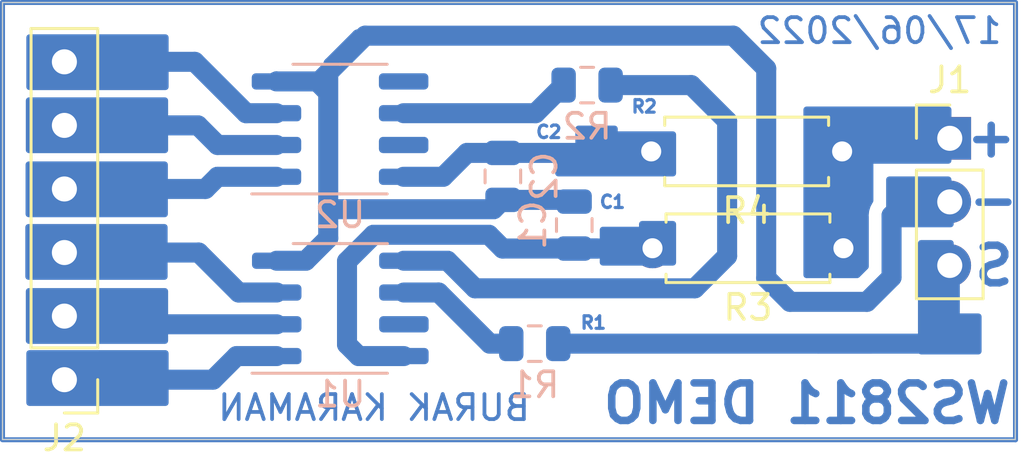
<source format=kicad_pcb>
(kicad_pcb (version 20171130) (host pcbnew "(5.1.6)-1")

  (general
    (thickness 1.6)
    (drawings 16)
    (tracks 95)
    (zones 0)
    (modules 10)
    (nets 15)
  )

  (page A4)
  (layers
    (0 F.Cu signal)
    (31 B.Cu signal)
    (32 B.Adhes user)
    (33 F.Adhes user)
    (34 B.Paste user)
    (35 F.Paste user)
    (36 B.SilkS user)
    (37 F.SilkS user)
    (38 B.Mask user)
    (39 F.Mask user)
    (40 Dwgs.User user hide)
    (41 Cmts.User user)
    (42 Eco1.User user)
    (43 Eco2.User user)
    (44 Edge.Cuts user)
    (45 Margin user)
    (46 B.CrtYd user)
    (47 F.CrtYd user)
    (48 B.Fab user)
    (49 F.Fab user hide)
  )

  (setup
    (last_trace_width 0.25)
    (user_trace_width 0.2)
    (user_trace_width 0.5)
    (user_trace_width 0.8)
    (trace_clearance 0.2)
    (zone_clearance 0.508)
    (zone_45_only no)
    (trace_min 0.2)
    (via_size 0.8)
    (via_drill 0.4)
    (via_min_size 0.4)
    (via_min_drill 0.3)
    (uvia_size 0.3)
    (uvia_drill 0.1)
    (uvias_allowed no)
    (uvia_min_size 0.2)
    (uvia_min_drill 0.1)
    (edge_width 0.05)
    (segment_width 0.2)
    (pcb_text_width 0.3)
    (pcb_text_size 1.5 1.5)
    (mod_edge_width 0.12)
    (mod_text_size 1 1)
    (mod_text_width 0.15)
    (pad_size 1.524 1.524)
    (pad_drill 0.762)
    (pad_to_mask_clearance 0.05)
    (aux_axis_origin 0 0)
    (visible_elements 7FFFFFFF)
    (pcbplotparams
      (layerselection 0x00000_fffffffe)
      (usegerberextensions false)
      (usegerberattributes true)
      (usegerberadvancedattributes true)
      (creategerberjobfile true)
      (excludeedgelayer true)
      (linewidth 0.100000)
      (plotframeref false)
      (viasonmask false)
      (mode 1)
      (useauxorigin false)
      (hpglpennumber 1)
      (hpglpenspeed 20)
      (hpglpendiameter 15.000000)
      (psnegative false)
      (psa4output false)
      (plotreference true)
      (plotvalue true)
      (plotinvisibletext false)
      (padsonsilk false)
      (subtractmaskfromsilk false)
      (outputformat 4)
      (mirror false)
      (drillshape 2)
      (scaleselection 1)
      (outputdirectory "PCB/"))
  )

  (net 0 "")
  (net 1 "Net-(C1-Pad2)")
  (net 2 /GND)
  (net 3 "Net-(C2-Pad2)")
  (net 4 /D-IN)
  (net 5 /+5V)
  (net 6 /LED-6)
  (net 7 /LED-5)
  (net 8 /LED-4)
  (net 9 /LED-3)
  (net 10 /LED-2)
  (net 11 /LED-1)
  (net 12 "Net-(R1-Pad1)")
  (net 13 /D-OUT)
  (net 14 "Net-(R2-Pad1)")

  (net_class Default "This is the default net class."
    (clearance 0.2)
    (trace_width 0.25)
    (via_dia 0.8)
    (via_drill 0.4)
    (uvia_dia 0.3)
    (uvia_drill 0.1)
    (add_net /+5V)
    (add_net /D-IN)
    (add_net /D-OUT)
    (add_net /GND)
    (add_net /LED-1)
    (add_net /LED-2)
    (add_net /LED-3)
    (add_net /LED-4)
    (add_net /LED-5)
    (add_net /LED-6)
    (add_net "Net-(C1-Pad2)")
    (add_net "Net-(C2-Pad2)")
    (add_net "Net-(R1-Pad1)")
    (add_net "Net-(R2-Pad1)")
  )

  (module Resistor_THT:R_Axial_DIN0207_L6.3mm_D2.5mm_P7.62mm_Horizontal (layer F.Cu) (tedit 5AE5139B) (tstamp 62AD8AF3)
    (at 60.22 34.56 180)
    (descr "Resistor, Axial_DIN0207 series, Axial, Horizontal, pin pitch=7.62mm, 0.25W = 1/4W, length*diameter=6.3*2.5mm^2, http://cdn-reichelt.de/documents/datenblatt/B400/1_4W%23YAG.pdf")
    (tags "Resistor Axial_DIN0207 series Axial Horizontal pin pitch 7.62mm 0.25W = 1/4W length 6.3mm diameter 2.5mm")
    (path /62AC23EF)
    (fp_text reference R4 (at 3.81 -2.37) (layer F.SilkS)
      (effects (font (size 1 1) (thickness 0.15)))
    )
    (fp_text value 100R (at 3.81 2.37) (layer F.Fab)
      (effects (font (size 1 1) (thickness 0.15)))
    )
    (fp_line (start 8.67 -1.5) (end -1.05 -1.5) (layer F.CrtYd) (width 0.05))
    (fp_line (start 8.67 1.5) (end 8.67 -1.5) (layer F.CrtYd) (width 0.05))
    (fp_line (start -1.05 1.5) (end 8.67 1.5) (layer F.CrtYd) (width 0.05))
    (fp_line (start -1.05 -1.5) (end -1.05 1.5) (layer F.CrtYd) (width 0.05))
    (fp_line (start 7.08 1.37) (end 7.08 1.04) (layer F.SilkS) (width 0.12))
    (fp_line (start 0.54 1.37) (end 7.08 1.37) (layer F.SilkS) (width 0.12))
    (fp_line (start 0.54 1.04) (end 0.54 1.37) (layer F.SilkS) (width 0.12))
    (fp_line (start 7.08 -1.37) (end 7.08 -1.04) (layer F.SilkS) (width 0.12))
    (fp_line (start 0.54 -1.37) (end 7.08 -1.37) (layer F.SilkS) (width 0.12))
    (fp_line (start 0.54 -1.04) (end 0.54 -1.37) (layer F.SilkS) (width 0.12))
    (fp_line (start 7.62 0) (end 6.96 0) (layer F.Fab) (width 0.1))
    (fp_line (start 0 0) (end 0.66 0) (layer F.Fab) (width 0.1))
    (fp_line (start 6.96 -1.25) (end 0.66 -1.25) (layer F.Fab) (width 0.1))
    (fp_line (start 6.96 1.25) (end 6.96 -1.25) (layer F.Fab) (width 0.1))
    (fp_line (start 0.66 1.25) (end 6.96 1.25) (layer F.Fab) (width 0.1))
    (fp_line (start 0.66 -1.25) (end 0.66 1.25) (layer F.Fab) (width 0.1))
    (fp_text user %R (at 3.81 0) (layer F.Fab)
      (effects (font (size 1 1) (thickness 0.15)))
    )
    (pad 2 thru_hole oval (at 7.62 0 180) (size 1.6 1.6) (drill 0.8) (layers *.Cu *.Mask)
      (net 3 "Net-(C2-Pad2)"))
    (pad 1 thru_hole circle (at 0 0 180) (size 1.6 1.6) (drill 0.8) (layers *.Cu *.Mask)
      (net 5 /+5V))
    (model ${KISYS3DMOD}/Resistor_THT.3dshapes/R_Axial_DIN0207_L6.3mm_D2.5mm_P7.62mm_Horizontal.wrl
      (at (xyz 0 0 0))
      (scale (xyz 1 1 1))
      (rotate (xyz 0 0 0))
    )
  )

  (module Resistor_THT:R_Axial_DIN0207_L6.3mm_D2.5mm_P7.62mm_Horizontal (layer F.Cu) (tedit 5AE5139B) (tstamp 62AD8ADC)
    (at 60.272 38.428 180)
    (descr "Resistor, Axial_DIN0207 series, Axial, Horizontal, pin pitch=7.62mm, 0.25W = 1/4W, length*diameter=6.3*2.5mm^2, http://cdn-reichelt.de/documents/datenblatt/B400/1_4W%23YAG.pdf")
    (tags "Resistor Axial_DIN0207 series Axial Horizontal pin pitch 7.62mm 0.25W = 1/4W length 6.3mm diameter 2.5mm")
    (path /62ABED6C)
    (fp_text reference R3 (at 3.81 -2.37) (layer F.SilkS)
      (effects (font (size 1 1) (thickness 0.15)))
    )
    (fp_text value 100R (at 3.81 2.37) (layer F.Fab)
      (effects (font (size 1 1) (thickness 0.15)))
    )
    (fp_line (start 8.67 -1.5) (end -1.05 -1.5) (layer F.CrtYd) (width 0.05))
    (fp_line (start 8.67 1.5) (end 8.67 -1.5) (layer F.CrtYd) (width 0.05))
    (fp_line (start -1.05 1.5) (end 8.67 1.5) (layer F.CrtYd) (width 0.05))
    (fp_line (start -1.05 -1.5) (end -1.05 1.5) (layer F.CrtYd) (width 0.05))
    (fp_line (start 7.08 1.37) (end 7.08 1.04) (layer F.SilkS) (width 0.12))
    (fp_line (start 0.54 1.37) (end 7.08 1.37) (layer F.SilkS) (width 0.12))
    (fp_line (start 0.54 1.04) (end 0.54 1.37) (layer F.SilkS) (width 0.12))
    (fp_line (start 7.08 -1.37) (end 7.08 -1.04) (layer F.SilkS) (width 0.12))
    (fp_line (start 0.54 -1.37) (end 7.08 -1.37) (layer F.SilkS) (width 0.12))
    (fp_line (start 0.54 -1.04) (end 0.54 -1.37) (layer F.SilkS) (width 0.12))
    (fp_line (start 7.62 0) (end 6.96 0) (layer F.Fab) (width 0.1))
    (fp_line (start 0 0) (end 0.66 0) (layer F.Fab) (width 0.1))
    (fp_line (start 6.96 -1.25) (end 0.66 -1.25) (layer F.Fab) (width 0.1))
    (fp_line (start 6.96 1.25) (end 6.96 -1.25) (layer F.Fab) (width 0.1))
    (fp_line (start 0.66 1.25) (end 6.96 1.25) (layer F.Fab) (width 0.1))
    (fp_line (start 0.66 -1.25) (end 0.66 1.25) (layer F.Fab) (width 0.1))
    (fp_text user %R (at 3.81 0) (layer F.Fab)
      (effects (font (size 1 1) (thickness 0.15)))
    )
    (pad 2 thru_hole oval (at 7.62 0 180) (size 1.6 1.6) (drill 0.8) (layers *.Cu *.Mask)
      (net 1 "Net-(C1-Pad2)"))
    (pad 1 thru_hole circle (at 0 0 180) (size 1.6 1.6) (drill 0.8) (layers *.Cu *.Mask)
      (net 5 /+5V))
    (model ${KISYS3DMOD}/Resistor_THT.3dshapes/R_Axial_DIN0207_L6.3mm_D2.5mm_P7.62mm_Horizontal.wrl
      (at (xyz 0 0 0))
      (scale (xyz 1 1 1))
      (rotate (xyz 0 0 0))
    )
  )

  (module Package_SO:SOP-8_3.76x4.96mm_P1.27mm (layer B.Cu) (tedit 5D9F72B1) (tstamp 62AD8B35)
    (at 40.182 33.668)
    (descr "SOP, 8 Pin (https://ww2.minicircuits.com/case_style/XX211.pdf), generated with kicad-footprint-generator ipc_gullwing_generator.py")
    (tags "SOP SO")
    (path /62AB8874)
    (attr smd)
    (fp_text reference U2 (at 0 3.43) (layer B.SilkS)
      (effects (font (size 1 1) (thickness 0.15)) (justify mirror))
    )
    (fp_text value WS2811 (at 0 -3.43) (layer B.Fab)
      (effects (font (size 1 1) (thickness 0.15)) (justify mirror))
    )
    (fp_line (start 0 -2.59) (end 1.88 -2.59) (layer B.SilkS) (width 0.12))
    (fp_line (start 0 -2.59) (end -1.88 -2.59) (layer B.SilkS) (width 0.12))
    (fp_line (start 0 2.59) (end 1.88 2.59) (layer B.SilkS) (width 0.12))
    (fp_line (start 0 2.59) (end -3.525 2.59) (layer B.SilkS) (width 0.12))
    (fp_line (start -0.94 2.48) (end 1.88 2.48) (layer B.Fab) (width 0.1))
    (fp_line (start 1.88 2.48) (end 1.88 -2.48) (layer B.Fab) (width 0.1))
    (fp_line (start 1.88 -2.48) (end -1.88 -2.48) (layer B.Fab) (width 0.1))
    (fp_line (start -1.88 -2.48) (end -1.88 1.54) (layer B.Fab) (width 0.1))
    (fp_line (start -1.88 1.54) (end -0.94 2.48) (layer B.Fab) (width 0.1))
    (fp_line (start -3.78 2.73) (end -3.78 -2.73) (layer B.CrtYd) (width 0.05))
    (fp_line (start -3.78 -2.73) (end 3.78 -2.73) (layer B.CrtYd) (width 0.05))
    (fp_line (start 3.78 -2.73) (end 3.78 2.73) (layer B.CrtYd) (width 0.05))
    (fp_line (start 3.78 2.73) (end -3.78 2.73) (layer B.CrtYd) (width 0.05))
    (fp_text user %R (at 0 0) (layer B.Fab)
      (effects (font (size 0.94 0.94) (thickness 0.14)) (justify mirror))
    )
    (pad 8 smd roundrect (at 2.5375 1.905) (size 1.975 0.65) (layers B.Cu B.Paste B.Mask) (roundrect_rratio 0.25)
      (net 3 "Net-(C2-Pad2)"))
    (pad 7 smd roundrect (at 2.5375 0.635) (size 1.975 0.65) (layers B.Cu B.Paste B.Mask) (roundrect_rratio 0.25))
    (pad 6 smd roundrect (at 2.5375 -0.635) (size 1.975 0.65) (layers B.Cu B.Paste B.Mask) (roundrect_rratio 0.25)
      (net 14 "Net-(R2-Pad1)"))
    (pad 5 smd roundrect (at 2.5375 -1.905) (size 1.975 0.65) (layers B.Cu B.Paste B.Mask) (roundrect_rratio 0.25))
    (pad 4 smd roundrect (at -2.5375 -1.905) (size 1.975 0.65) (layers B.Cu B.Paste B.Mask) (roundrect_rratio 0.25)
      (net 2 /GND))
    (pad 3 smd roundrect (at -2.5375 -0.635) (size 1.975 0.65) (layers B.Cu B.Paste B.Mask) (roundrect_rratio 0.25)
      (net 6 /LED-6))
    (pad 2 smd roundrect (at -2.5375 0.635) (size 1.975 0.65) (layers B.Cu B.Paste B.Mask) (roundrect_rratio 0.25)
      (net 7 /LED-5))
    (pad 1 smd roundrect (at -2.5375 1.905) (size 1.975 0.65) (layers B.Cu B.Paste B.Mask) (roundrect_rratio 0.25)
      (net 8 /LED-4))
    (model ${KISYS3DMOD}/Package_SO.3dshapes/SOP-8_3.76x4.96mm_P1.27mm.wrl
      (at (xyz 0 0 0))
      (scale (xyz 1 1 1))
      (rotate (xyz 0 0 0))
    )
  )

  (module Package_SO:SOP-8_3.76x4.96mm_P1.27mm (layer B.Cu) (tedit 5D9F72B1) (tstamp 62AD8B14)
    (at 40.192 40.832)
    (descr "SOP, 8 Pin (https://ww2.minicircuits.com/case_style/XX211.pdf), generated with kicad-footprint-generator ipc_gullwing_generator.py")
    (tags "SOP SO")
    (path /62AB754D)
    (attr smd)
    (fp_text reference U1 (at 0 3.43) (layer B.SilkS)
      (effects (font (size 1 1) (thickness 0.15)) (justify mirror))
    )
    (fp_text value WS2811 (at 0 -3.43) (layer B.Fab)
      (effects (font (size 1 1) (thickness 0.15)) (justify mirror))
    )
    (fp_line (start 0 -2.59) (end 1.88 -2.59) (layer B.SilkS) (width 0.12))
    (fp_line (start 0 -2.59) (end -1.88 -2.59) (layer B.SilkS) (width 0.12))
    (fp_line (start 0 2.59) (end 1.88 2.59) (layer B.SilkS) (width 0.12))
    (fp_line (start 0 2.59) (end -3.525 2.59) (layer B.SilkS) (width 0.12))
    (fp_line (start -0.94 2.48) (end 1.88 2.48) (layer B.Fab) (width 0.1))
    (fp_line (start 1.88 2.48) (end 1.88 -2.48) (layer B.Fab) (width 0.1))
    (fp_line (start 1.88 -2.48) (end -1.88 -2.48) (layer B.Fab) (width 0.1))
    (fp_line (start -1.88 -2.48) (end -1.88 1.54) (layer B.Fab) (width 0.1))
    (fp_line (start -1.88 1.54) (end -0.94 2.48) (layer B.Fab) (width 0.1))
    (fp_line (start -3.78 2.73) (end -3.78 -2.73) (layer B.CrtYd) (width 0.05))
    (fp_line (start -3.78 -2.73) (end 3.78 -2.73) (layer B.CrtYd) (width 0.05))
    (fp_line (start 3.78 -2.73) (end 3.78 2.73) (layer B.CrtYd) (width 0.05))
    (fp_line (start 3.78 2.73) (end -3.78 2.73) (layer B.CrtYd) (width 0.05))
    (fp_text user %R (at 0 0) (layer B.Fab)
      (effects (font (size 0.94 0.94) (thickness 0.14)) (justify mirror))
    )
    (pad 8 smd roundrect (at 2.5375 1.905) (size 1.975 0.65) (layers B.Cu B.Paste B.Mask) (roundrect_rratio 0.25)
      (net 1 "Net-(C1-Pad2)"))
    (pad 7 smd roundrect (at 2.5375 0.635) (size 1.975 0.65) (layers B.Cu B.Paste B.Mask) (roundrect_rratio 0.25))
    (pad 6 smd roundrect (at 2.5375 -0.635) (size 1.975 0.65) (layers B.Cu B.Paste B.Mask) (roundrect_rratio 0.25)
      (net 12 "Net-(R1-Pad1)"))
    (pad 5 smd roundrect (at 2.5375 -1.905) (size 1.975 0.65) (layers B.Cu B.Paste B.Mask) (roundrect_rratio 0.25)
      (net 13 /D-OUT))
    (pad 4 smd roundrect (at -2.5375 -1.905) (size 1.975 0.65) (layers B.Cu B.Paste B.Mask) (roundrect_rratio 0.25)
      (net 2 /GND))
    (pad 3 smd roundrect (at -2.5375 -0.635) (size 1.975 0.65) (layers B.Cu B.Paste B.Mask) (roundrect_rratio 0.25)
      (net 9 /LED-3))
    (pad 2 smd roundrect (at -2.5375 0.635) (size 1.975 0.65) (layers B.Cu B.Paste B.Mask) (roundrect_rratio 0.25)
      (net 10 /LED-2))
    (pad 1 smd roundrect (at -2.5375 1.905) (size 1.975 0.65) (layers B.Cu B.Paste B.Mask) (roundrect_rratio 0.25)
      (net 11 /LED-1))
    (model ${KISYS3DMOD}/Package_SO.3dshapes/SOP-8_3.76x4.96mm_P1.27mm.wrl
      (at (xyz 0 0 0))
      (scale (xyz 1 1 1))
      (rotate (xyz 0 0 0))
    )
  )

  (module Resistor_SMD:R_0805_2012Metric (layer B.Cu) (tedit 5B36C52B) (tstamp 62AD8AC5)
    (at 50.0425 31.91)
    (descr "Resistor SMD 0805 (2012 Metric), square (rectangular) end terminal, IPC_7351 nominal, (Body size source: https://docs.google.com/spreadsheets/d/1BsfQQcO9C6DZCsRaXUlFlo91Tg2WpOkGARC1WS5S8t0/edit?usp=sharing), generated with kicad-footprint-generator")
    (tags resistor)
    (path /62ABDCD8)
    (attr smd)
    (fp_text reference R2 (at 0 1.65) (layer B.SilkS)
      (effects (font (size 1 1) (thickness 0.15)) (justify mirror))
    )
    (fp_text value 33R (at 0 -1.65) (layer B.Fab)
      (effects (font (size 1 1) (thickness 0.15)) (justify mirror))
    )
    (fp_line (start -1 -0.6) (end -1 0.6) (layer B.Fab) (width 0.1))
    (fp_line (start -1 0.6) (end 1 0.6) (layer B.Fab) (width 0.1))
    (fp_line (start 1 0.6) (end 1 -0.6) (layer B.Fab) (width 0.1))
    (fp_line (start 1 -0.6) (end -1 -0.6) (layer B.Fab) (width 0.1))
    (fp_line (start -0.258578 0.71) (end 0.258578 0.71) (layer B.SilkS) (width 0.12))
    (fp_line (start -0.258578 -0.71) (end 0.258578 -0.71) (layer B.SilkS) (width 0.12))
    (fp_line (start -1.68 -0.95) (end -1.68 0.95) (layer B.CrtYd) (width 0.05))
    (fp_line (start -1.68 0.95) (end 1.68 0.95) (layer B.CrtYd) (width 0.05))
    (fp_line (start 1.68 0.95) (end 1.68 -0.95) (layer B.CrtYd) (width 0.05))
    (fp_line (start 1.68 -0.95) (end -1.68 -0.95) (layer B.CrtYd) (width 0.05))
    (fp_text user %R (at 0 0) (layer B.Fab)
      (effects (font (size 0.5 0.5) (thickness 0.08)) (justify mirror))
    )
    (pad 2 smd roundrect (at 0.9375 0) (size 0.975 1.4) (layers B.Cu B.Paste B.Mask) (roundrect_rratio 0.25)
      (net 13 /D-OUT))
    (pad 1 smd roundrect (at -0.9375 0) (size 0.975 1.4) (layers B.Cu B.Paste B.Mask) (roundrect_rratio 0.25)
      (net 14 "Net-(R2-Pad1)"))
    (model ${KISYS3DMOD}/Resistor_SMD.3dshapes/R_0805_2012Metric.wrl
      (at (xyz 0 0 0))
      (scale (xyz 1 1 1))
      (rotate (xyz 0 0 0))
    )
  )

  (module Resistor_SMD:R_0805_2012Metric (layer B.Cu) (tedit 5B36C52B) (tstamp 62AD90CE)
    (at 47.9525 42.24)
    (descr "Resistor SMD 0805 (2012 Metric), square (rectangular) end terminal, IPC_7351 nominal, (Body size source: https://docs.google.com/spreadsheets/d/1BsfQQcO9C6DZCsRaXUlFlo91Tg2WpOkGARC1WS5S8t0/edit?usp=sharing), generated with kicad-footprint-generator")
    (tags resistor)
    (path /62ABB18B)
    (attr smd)
    (fp_text reference R1 (at 0 1.65) (layer B.SilkS)
      (effects (font (size 1 1) (thickness 0.15)) (justify mirror))
    )
    (fp_text value 33R (at 0 -1.65) (layer B.Fab)
      (effects (font (size 1 1) (thickness 0.15)) (justify mirror))
    )
    (fp_line (start -1 -0.6) (end -1 0.6) (layer B.Fab) (width 0.1))
    (fp_line (start -1 0.6) (end 1 0.6) (layer B.Fab) (width 0.1))
    (fp_line (start 1 0.6) (end 1 -0.6) (layer B.Fab) (width 0.1))
    (fp_line (start 1 -0.6) (end -1 -0.6) (layer B.Fab) (width 0.1))
    (fp_line (start -0.258578 0.71) (end 0.258578 0.71) (layer B.SilkS) (width 0.12))
    (fp_line (start -0.258578 -0.71) (end 0.258578 -0.71) (layer B.SilkS) (width 0.12))
    (fp_line (start -1.68 -0.95) (end -1.68 0.95) (layer B.CrtYd) (width 0.05))
    (fp_line (start -1.68 0.95) (end 1.68 0.95) (layer B.CrtYd) (width 0.05))
    (fp_line (start 1.68 0.95) (end 1.68 -0.95) (layer B.CrtYd) (width 0.05))
    (fp_line (start 1.68 -0.95) (end -1.68 -0.95) (layer B.CrtYd) (width 0.05))
    (fp_text user %R (at 0 0) (layer B.Fab)
      (effects (font (size 0.5 0.5) (thickness 0.08)) (justify mirror))
    )
    (pad 2 smd roundrect (at 0.9375 0) (size 0.975 1.4) (layers B.Cu B.Paste B.Mask) (roundrect_rratio 0.25)
      (net 4 /D-IN))
    (pad 1 smd roundrect (at -0.9375 0) (size 0.975 1.4) (layers B.Cu B.Paste B.Mask) (roundrect_rratio 0.25)
      (net 12 "Net-(R1-Pad1)"))
    (model ${KISYS3DMOD}/Resistor_SMD.3dshapes/R_0805_2012Metric.wrl
      (at (xyz 0 0 0))
      (scale (xyz 1 1 1))
      (rotate (xyz 0 0 0))
    )
  )

  (module Connector_PinHeader_2.54mm:PinHeader_1x06_P2.54mm_Vertical (layer F.Cu) (tedit 59FED5CC) (tstamp 62AD8AA3)
    (at 29.18 43.68 180)
    (descr "Through hole straight pin header, 1x06, 2.54mm pitch, single row")
    (tags "Through hole pin header THT 1x06 2.54mm single row")
    (path /62AC519A)
    (fp_text reference J2 (at 0 -2.33) (layer F.SilkS)
      (effects (font (size 1 1) (thickness 0.15)))
    )
    (fp_text value Conn_01x06_Male (at -8.05 6.57) (layer F.Fab)
      (effects (font (size 1 1) (thickness 0.15)))
    )
    (fp_line (start -0.635 -1.27) (end 1.27 -1.27) (layer F.Fab) (width 0.1))
    (fp_line (start 1.27 -1.27) (end 1.27 13.97) (layer F.Fab) (width 0.1))
    (fp_line (start 1.27 13.97) (end -1.27 13.97) (layer F.Fab) (width 0.1))
    (fp_line (start -1.27 13.97) (end -1.27 -0.635) (layer F.Fab) (width 0.1))
    (fp_line (start -1.27 -0.635) (end -0.635 -1.27) (layer F.Fab) (width 0.1))
    (fp_line (start -1.33 14.03) (end 1.33 14.03) (layer F.SilkS) (width 0.12))
    (fp_line (start -1.33 1.27) (end -1.33 14.03) (layer F.SilkS) (width 0.12))
    (fp_line (start 1.33 1.27) (end 1.33 14.03) (layer F.SilkS) (width 0.12))
    (fp_line (start -1.33 1.27) (end 1.33 1.27) (layer F.SilkS) (width 0.12))
    (fp_line (start -1.33 0) (end -1.33 -1.33) (layer F.SilkS) (width 0.12))
    (fp_line (start -1.33 -1.33) (end 0 -1.33) (layer F.SilkS) (width 0.12))
    (fp_line (start -1.8 -1.8) (end -1.8 14.5) (layer F.CrtYd) (width 0.05))
    (fp_line (start -1.8 14.5) (end 1.8 14.5) (layer F.CrtYd) (width 0.05))
    (fp_line (start 1.8 14.5) (end 1.8 -1.8) (layer F.CrtYd) (width 0.05))
    (fp_line (start 1.8 -1.8) (end -1.8 -1.8) (layer F.CrtYd) (width 0.05))
    (fp_text user %R (at 0 6.35 90) (layer F.Fab)
      (effects (font (size 1 1) (thickness 0.15)))
    )
    (pad 6 thru_hole oval (at 0 12.7 180) (size 1.7 1.7) (drill 1) (layers *.Cu *.Mask)
      (net 6 /LED-6))
    (pad 5 thru_hole oval (at 0 10.16 180) (size 1.7 1.7) (drill 1) (layers *.Cu *.Mask)
      (net 7 /LED-5))
    (pad 4 thru_hole oval (at 0 7.62 180) (size 1.7 1.7) (drill 1) (layers *.Cu *.Mask)
      (net 8 /LED-4))
    (pad 3 thru_hole oval (at 0 5.08 180) (size 1.7 1.7) (drill 1) (layers *.Cu *.Mask)
      (net 9 /LED-3))
    (pad 2 thru_hole oval (at 0 2.54 180) (size 1.7 1.7) (drill 1) (layers *.Cu *.Mask)
      (net 10 /LED-2))
    (pad 1 thru_hole rect (at 0 0 180) (size 1.7 1.7) (drill 1) (layers *.Cu *.Mask)
      (net 11 /LED-1))
    (model ${KISYS3DMOD}/Connector_PinHeader_2.54mm.3dshapes/PinHeader_1x06_P2.54mm_Vertical.wrl
      (at (xyz 0 0 0))
      (scale (xyz 1 1 1))
      (rotate (xyz 0 0 0))
    )
  )

  (module Connector_PinHeader_2.54mm:PinHeader_1x03_P2.54mm_Vertical (layer F.Cu) (tedit 59FED5CC) (tstamp 62AD8A89)
    (at 64.516 34.036)
    (descr "Through hole straight pin header, 1x03, 2.54mm pitch, single row")
    (tags "Through hole pin header THT 1x03 2.54mm single row")
    (path /62AB92E6)
    (fp_text reference J1 (at 0 -2.33) (layer F.SilkS)
      (effects (font (size 1 1) (thickness 0.15)))
    )
    (fp_text value POWER (at 0 7.41) (layer F.Fab)
      (effects (font (size 1 1) (thickness 0.15)))
    )
    (fp_line (start -0.635 -1.27) (end 1.27 -1.27) (layer F.Fab) (width 0.1))
    (fp_line (start 1.27 -1.27) (end 1.27 6.35) (layer F.Fab) (width 0.1))
    (fp_line (start 1.27 6.35) (end -1.27 6.35) (layer F.Fab) (width 0.1))
    (fp_line (start -1.27 6.35) (end -1.27 -0.635) (layer F.Fab) (width 0.1))
    (fp_line (start -1.27 -0.635) (end -0.635 -1.27) (layer F.Fab) (width 0.1))
    (fp_line (start -1.33 6.41) (end 1.33 6.41) (layer F.SilkS) (width 0.12))
    (fp_line (start -1.33 1.27) (end -1.33 6.41) (layer F.SilkS) (width 0.12))
    (fp_line (start 1.33 1.27) (end 1.33 6.41) (layer F.SilkS) (width 0.12))
    (fp_line (start -1.33 1.27) (end 1.33 1.27) (layer F.SilkS) (width 0.12))
    (fp_line (start -1.33 0) (end -1.33 -1.33) (layer F.SilkS) (width 0.12))
    (fp_line (start -1.33 -1.33) (end 0 -1.33) (layer F.SilkS) (width 0.12))
    (fp_line (start -1.8 -1.8) (end -1.8 6.85) (layer F.CrtYd) (width 0.05))
    (fp_line (start -1.8 6.85) (end 1.8 6.85) (layer F.CrtYd) (width 0.05))
    (fp_line (start 1.8 6.85) (end 1.8 -1.8) (layer F.CrtYd) (width 0.05))
    (fp_line (start 1.8 -1.8) (end -1.8 -1.8) (layer F.CrtYd) (width 0.05))
    (fp_text user %R (at 0 2.54 90) (layer F.Fab)
      (effects (font (size 1 1) (thickness 0.15)))
    )
    (pad 3 thru_hole oval (at 0 5.08) (size 1.7 1.7) (drill 1) (layers *.Cu *.Mask)
      (net 4 /D-IN))
    (pad 2 thru_hole oval (at 0 2.54) (size 1.7 1.7) (drill 1) (layers *.Cu *.Mask)
      (net 2 /GND))
    (pad 1 thru_hole rect (at 0 0) (size 1.7 1.7) (drill 1) (layers *.Cu *.Mask)
      (net 5 /+5V))
    (model ${KISYS3DMOD}/Connector_PinHeader_2.54mm.3dshapes/PinHeader_1x03_P2.54mm_Vertical.wrl
      (at (xyz 0 0 0))
      (scale (xyz 1 1 1))
      (rotate (xyz 0 0 0))
    )
  )

  (module Capacitor_SMD:C_0805_2012Metric (layer B.Cu) (tedit 5B36C52B) (tstamp 62AD8A72)
    (at 46.68 35.5575 90)
    (descr "Capacitor SMD 0805 (2012 Metric), square (rectangular) end terminal, IPC_7351 nominal, (Body size source: https://docs.google.com/spreadsheets/d/1BsfQQcO9C6DZCsRaXUlFlo91Tg2WpOkGARC1WS5S8t0/edit?usp=sharing), generated with kicad-footprint-generator")
    (tags capacitor)
    (path /62AC23F6)
    (attr smd)
    (fp_text reference C2 (at 0 1.65 90) (layer B.SilkS)
      (effects (font (size 1 1) (thickness 0.15)) (justify mirror))
    )
    (fp_text value 1uF (at 0 -1.65 90) (layer B.Fab)
      (effects (font (size 1 1) (thickness 0.15)) (justify mirror))
    )
    (fp_line (start -1 -0.6) (end -1 0.6) (layer B.Fab) (width 0.1))
    (fp_line (start -1 0.6) (end 1 0.6) (layer B.Fab) (width 0.1))
    (fp_line (start 1 0.6) (end 1 -0.6) (layer B.Fab) (width 0.1))
    (fp_line (start 1 -0.6) (end -1 -0.6) (layer B.Fab) (width 0.1))
    (fp_line (start -0.258578 0.71) (end 0.258578 0.71) (layer B.SilkS) (width 0.12))
    (fp_line (start -0.258578 -0.71) (end 0.258578 -0.71) (layer B.SilkS) (width 0.12))
    (fp_line (start -1.68 -0.95) (end -1.68 0.95) (layer B.CrtYd) (width 0.05))
    (fp_line (start -1.68 0.95) (end 1.68 0.95) (layer B.CrtYd) (width 0.05))
    (fp_line (start 1.68 0.95) (end 1.68 -0.95) (layer B.CrtYd) (width 0.05))
    (fp_line (start 1.68 -0.95) (end -1.68 -0.95) (layer B.CrtYd) (width 0.05))
    (fp_text user %R (at 0 0 90) (layer B.Fab)
      (effects (font (size 0.5 0.5) (thickness 0.08)) (justify mirror))
    )
    (pad 2 smd roundrect (at 0.9375 0 90) (size 0.975 1.4) (layers B.Cu B.Paste B.Mask) (roundrect_rratio 0.25)
      (net 3 "Net-(C2-Pad2)"))
    (pad 1 smd roundrect (at -0.9375 0 90) (size 0.975 1.4) (layers B.Cu B.Paste B.Mask) (roundrect_rratio 0.25)
      (net 2 /GND))
    (model ${KISYS3DMOD}/Capacitor_SMD.3dshapes/C_0805_2012Metric.wrl
      (at (xyz 0 0 0))
      (scale (xyz 1 1 1))
      (rotate (xyz 0 0 0))
    )
  )

  (module Capacitor_SMD:C_0805_2012Metric (layer B.Cu) (tedit 5B36C52B) (tstamp 62AD9DCA)
    (at 49.53 37.5025 270)
    (descr "Capacitor SMD 0805 (2012 Metric), square (rectangular) end terminal, IPC_7351 nominal, (Body size source: https://docs.google.com/spreadsheets/d/1BsfQQcO9C6DZCsRaXUlFlo91Tg2WpOkGARC1WS5S8t0/edit?usp=sharing), generated with kicad-footprint-generator")
    (tags capacitor)
    (path /62ABF098)
    (attr smd)
    (fp_text reference C1 (at 0 1.65 90) (layer B.SilkS)
      (effects (font (size 1 1) (thickness 0.15)) (justify mirror))
    )
    (fp_text value 1uF (at 0 -1.65 90) (layer B.Fab)
      (effects (font (size 1 1) (thickness 0.15)) (justify mirror))
    )
    (fp_line (start -1 -0.6) (end -1 0.6) (layer B.Fab) (width 0.1))
    (fp_line (start -1 0.6) (end 1 0.6) (layer B.Fab) (width 0.1))
    (fp_line (start 1 0.6) (end 1 -0.6) (layer B.Fab) (width 0.1))
    (fp_line (start 1 -0.6) (end -1 -0.6) (layer B.Fab) (width 0.1))
    (fp_line (start -0.258578 0.71) (end 0.258578 0.71) (layer B.SilkS) (width 0.12))
    (fp_line (start -0.258578 -0.71) (end 0.258578 -0.71) (layer B.SilkS) (width 0.12))
    (fp_line (start -1.68 -0.95) (end -1.68 0.95) (layer B.CrtYd) (width 0.05))
    (fp_line (start -1.68 0.95) (end 1.68 0.95) (layer B.CrtYd) (width 0.05))
    (fp_line (start 1.68 0.95) (end 1.68 -0.95) (layer B.CrtYd) (width 0.05))
    (fp_line (start 1.68 -0.95) (end -1.68 -0.95) (layer B.CrtYd) (width 0.05))
    (fp_text user %R (at 0.3325 -0.254 90) (layer B.Fab)
      (effects (font (size 0.5 0.5) (thickness 0.08)) (justify mirror))
    )
    (pad 2 smd roundrect (at 0.9375 0 270) (size 0.975 1.4) (layers B.Cu B.Paste B.Mask) (roundrect_rratio 0.25)
      (net 1 "Net-(C1-Pad2)"))
    (pad 1 smd roundrect (at -0.9375 0 270) (size 0.975 1.4) (layers B.Cu B.Paste B.Mask) (roundrect_rratio 0.25)
      (net 2 /GND))
    (model ${KISYS3DMOD}/Capacitor_SMD.3dshapes/C_0805_2012Metric.wrl
      (at (xyz 0 0 0))
      (scale (xyz 1 1 1))
      (rotate (xyz 0 0 0))
    )
  )

  (dimension 40.132 (width 0.15) (layer Dwgs.User)
    (gr_text "40,132 mm" (at 46.99 24.354) (layer Dwgs.User)
      (effects (font (size 1 1) (thickness 0.15)))
    )
    (feature1 (pts (xy 67.056 28.702) (xy 67.056 25.067579)))
    (feature2 (pts (xy 26.924 28.702) (xy 26.924 25.067579)))
    (crossbar (pts (xy 26.924 25.654) (xy 67.056 25.654)))
    (arrow1a (pts (xy 67.056 25.654) (xy 65.929496 26.240421)))
    (arrow1b (pts (xy 67.056 25.654) (xy 65.929496 25.067579)))
    (arrow2a (pts (xy 26.924 25.654) (xy 28.050504 26.240421)))
    (arrow2b (pts (xy 26.924 25.654) (xy 28.050504 25.067579)))
  )
  (dimension 17.46 (width 0.15) (layer Dwgs.User)
    (gr_text "17,460 mm" (at 20.798 37.34 270) (layer Dwgs.User)
      (effects (font (size 1 1) (thickness 0.15)))
    )
    (feature1 (pts (xy 26.71 46.07) (xy 21.511579 46.07)))
    (feature2 (pts (xy 26.71 28.61) (xy 21.511579 28.61)))
    (crossbar (pts (xy 22.098 28.61) (xy 22.098 46.07)))
    (arrow1a (pts (xy 22.098 46.07) (xy 21.511579 44.943496)))
    (arrow1b (pts (xy 22.098 46.07) (xy 22.684421 44.943496)))
    (arrow2a (pts (xy 22.098 28.61) (xy 21.511579 29.736504)))
    (arrow2b (pts (xy 22.098 28.61) (xy 22.684421 29.736504)))
  )
  (gr_text "R2\n" (at 52.324 32.766) (layer B.Cu) (tstamp 62AC8ADE)
    (effects (font (size 0.5 0.5) (thickness 0.125)))
  )
  (gr_text "C2\n" (at 48.514 33.782) (layer B.Cu) (tstamp 62AC8AC6)
    (effects (font (size 0.5 0.5) (thickness 0.125)))
  )
  (gr_text "C1\n" (at 51.054 36.576) (layer B.Cu) (tstamp 62AC8AAC)
    (effects (font (size 0.5 0.5) (thickness 0.125)))
  )
  (gr_text R1 (at 50.292 41.402) (layer B.Cu)
    (effects (font (size 0.5 0.5) (thickness 0.125)))
  )
  (gr_text "WS2811 DEMO\n" (at 58.81 44.63) (layer B.Cu)
    (effects (font (size 1.5 1.5) (thickness 0.3)) (justify mirror))
  )
  (gr_text 17/06/2022 (at 61.71 29.74) (layer B.Cu)
    (effects (font (size 1 1) (thickness 0.15)) (justify mirror))
  )
  (gr_text "BURAK KARAMAN\n" (at 41.54 44.8) (layer B.Cu)
    (effects (font (size 1 1) (thickness 0.15)) (justify mirror))
  )
  (gr_line (start 26.71 46.07) (end 26.71 28.61) (layer Edge.Cuts) (width 0.05))
  (gr_line (start 67.13 46.07) (end 26.71 46.07) (layer Edge.Cuts) (width 0.05))
  (gr_line (start 67.13 28.61) (end 67.13 46.07) (layer Edge.Cuts) (width 0.05))
  (gr_line (start 26.71 28.61) (end 67.13 28.61) (layer Edge.Cuts) (width 0.05))
  (gr_text S (at 66.28 39.13) (layer B.Cu)
    (effects (font (size 1.5 1.5) (thickness 0.3)) (justify mirror))
  )
  (gr_text "-\n" (at 66.26 36.48) (layer B.Cu)
    (effects (font (size 1.5 1.5) (thickness 0.3)) (justify mirror))
  )
  (gr_text "+\n" (at 66.17 33.98) (layer B.Cu)
    (effects (font (size 1.5 1.5) (thickness 0.3)) (justify mirror))
  )

  (segment (start 26.71 28.61) (end 26.71 46.07) (width 0.2) (layer B.Cu) (net 0))
  (segment (start 67.14 28.61) (end 26.72 28.61) (width 0.2) (layer B.Cu) (net 0))
  (segment (start 26.72 28.62) (end 26.71 28.61) (width 0.2) (layer B.Cu) (net 0))
  (segment (start 26.71 46.08) (end 67.14 46.08) (width 0.2) (layer B.Cu) (net 0))
  (segment (start 67.14 46.08) (end 67.14 28.61) (width 0.2) (layer B.Cu) (net 0))
  (segment (start 40.927 42.737) (end 40.46 42.27) (width 0.8) (layer B.Cu) (net 1))
  (segment (start 42.7295 42.737) (end 40.927 42.737) (width 0.8) (layer B.Cu) (net 1))
  (segment (start 40.46 42.27) (end 40.46 38.95) (width 0.8) (layer B.Cu) (net 1))
  (segment (start 40.46 38.95) (end 41.52 37.89) (width 0.8) (layer B.Cu) (net 1))
  (segment (start 41.52 37.89) (end 46.12 37.89) (width 0.8) (layer B.Cu) (net 1))
  (segment (start 46.12 37.89) (end 46.67 38.44) (width 0.8) (layer B.Cu) (net 1))
  (segment (start 46.67 38.44) (end 49.53 38.44) (width 0.5) (layer B.Cu) (net 1))
  (segment (start 46.67 38.44) (end 50.43 38.44) (width 0.8) (layer B.Cu) (net 1))
  (segment (start 49.53 38.44) (end 50.43 38.44) (width 0.5) (layer B.Cu) (net 1))
  (segment (start 50.43 38.44) (end 52.64 38.44) (width 0.5) (layer B.Cu) (net 1))
  (segment (start 52.64 38.44) (end 52.652 38.428) (width 0.8) (layer B.Cu) (net 1))
  (segment (start 49.53 38.44) (end 52.64 38.44) (width 0.8) (layer B.Cu) (net 1))
  (segment (start 38.813 38.927) (end 39.77 37.97) (width 0.5) (layer B.Cu) (net 2))
  (segment (start 39.053 31.763) (end 37.6445 31.763) (width 0.5) (layer B.Cu) (net 2))
  (segment (start 39.77 32.48) (end 39.053 31.763) (width 0.5) (layer B.Cu) (net 2))
  (segment (start 49.545 36.58) (end 49.53 36.565) (width 0.5) (layer B.Cu) (net 2))
  (segment (start 39.775 36.495) (end 39.77 36.5) (width 0.5) (layer B.Cu) (net 2))
  (segment (start 39.77 36.5) (end 39.77 32.48) (width 0.5) (layer B.Cu) (net 2))
  (segment (start 37.6445 31.763) (end 37.6445 31.6055) (width 0.5) (layer B.Cu) (net 2))
  (segment (start 39.77 32.48) (end 39.77 31.06) (width 0.5) (layer B.Cu) (net 2))
  (segment (start 39.77 31.06) (end 40.895 29.935) (width 0.5) (layer B.Cu) (net 2))
  (segment (start 39.77 37.13) (end 39.77 36.5) (width 0.5) (layer B.Cu) (net 2))
  (segment (start 39.77 37.97) (end 39.77 37.13) (width 0.5) (layer B.Cu) (net 2))
  (segment (start 61.21 40.57) (end 58.14 40.57) (width 0.8) (layer B.Cu) (net 2))
  (segment (start 58.14 40.57) (end 57.19 39.62) (width 0.8) (layer B.Cu) (net 2))
  (segment (start 57.19 39.62) (end 57.19 31.25) (width 0.8) (layer B.Cu) (net 2))
  (segment (start 57.19 31.25) (end 55.875 29.935) (width 0.8) (layer B.Cu) (net 2))
  (segment (start 55.875 29.935) (end 41.185 29.935) (width 0.8) (layer B.Cu) (net 2))
  (segment (start 40.895 29.935) (end 41.185 29.935) (width 0.5) (layer B.Cu) (net 2))
  (segment (start 37.6445 31.763) (end 39.357 31.763) (width 0.8) (layer B.Cu) (net 2))
  (segment (start 39.71 38.03) (end 38.813 38.927) (width 0.8) (layer B.Cu) (net 2))
  (segment (start 39.71 31.41) (end 41.185 29.935) (width 0.8) (layer B.Cu) (net 2))
  (segment (start 39.357 31.763) (end 39.71 31.41) (width 0.8) (layer B.Cu) (net 2))
  (segment (start 38.813 38.927) (end 37.6545 38.927) (width 0.8) (layer B.Cu) (net 2))
  (segment (start 39.71 36.87) (end 46.305 36.87) (width 0.8) (layer B.Cu) (net 2))
  (segment (start 39.71 36.87) (end 39.71 38.03) (width 0.8) (layer B.Cu) (net 2))
  (segment (start 46.305 36.87) (end 46.68 36.495) (width 0.8) (layer B.Cu) (net 2))
  (segment (start 39.71 31.41) (end 39.71 36.87) (width 0.8) (layer B.Cu) (net 2))
  (segment (start 49.46 36.495) (end 49.53 36.565) (width 0.8) (layer B.Cu) (net 2))
  (segment (start 46.68 36.495) (end 49.46 36.495) (width 0.8) (layer B.Cu) (net 2))
  (segment (start 62.193 39.587) (end 61.21 40.57) (width 0.8) (layer B.Cu) (net 2))
  (segment (start 62.738 36.576) (end 62.193 37.121) (width 0.8) (layer B.Cu) (net 2))
  (segment (start 64.516 36.576) (end 62.738 36.576) (width 0.8) (layer B.Cu) (net 2))
  (segment (start 62.193 37.121) (end 62.193 39.587) (width 0.8) (layer B.Cu) (net 2))
  (segment (start 52.54 34.62) (end 52.6 34.56) (width 0.8) (layer B.Cu) (net 3))
  (segment (start 46.68 34.62) (end 52.54 34.62) (width 0.8) (layer B.Cu) (net 3))
  (segment (start 44.297 35.573) (end 45.25 34.62) (width 0.8) (layer B.Cu) (net 3))
  (segment (start 42.7195 35.573) (end 44.297 35.573) (width 0.8) (layer B.Cu) (net 3))
  (segment (start 45.25 34.62) (end 46.68 34.62) (width 0.8) (layer B.Cu) (net 3))
  (segment (start 64.516 39.116) (end 64.516 41.656) (width 0.8) (layer B.Cu) (net 4))
  (segment (start 63.932 42.24) (end 59.258 42.24) (width 0.8) (layer B.Cu) (net 4))
  (segment (start 64.516 41.656) (end 63.932 42.24) (width 0.8) (layer B.Cu) (net 4))
  (segment (start 48.89 42.24) (end 59.258 42.24) (width 0.8) (layer B.Cu) (net 4))
  (segment (start 59.258 42.24) (end 61.392 42.24) (width 0.8) (layer B.Cu) (net 4))
  (segment (start 64.008 33.528) (end 64.516 34.036) (width 0.5) (layer B.Cu) (net 5))
  (segment (start 60.22 38.376) (end 60.272 38.428) (width 0.8) (layer B.Cu) (net 5))
  (segment (start 60.22 34.56) (end 60.22 38.376) (width 0.8) (layer B.Cu) (net 5))
  (segment (start 60.744 34.036) (end 60.22 34.56) (width 0.8) (layer B.Cu) (net 5))
  (segment (start 64.516 34.036) (end 60.744 34.036) (width 0.8) (layer B.Cu) (net 5))
  (segment (start 29.18 30.98) (end 34.38 30.98) (width 0.8) (layer B.Cu) (net 6))
  (segment (start 36.433 33.033) (end 37.6445 33.033) (width 0.8) (layer B.Cu) (net 6))
  (segment (start 34.38 30.98) (end 36.433 33.033) (width 0.8) (layer B.Cu) (net 6))
  (segment (start 35.293 34.303) (end 37.6445 34.303) (width 0.8) (layer B.Cu) (net 7))
  (segment (start 34.51 33.52) (end 35.293 34.303) (width 0.8) (layer B.Cu) (net 7))
  (segment (start 29.18 33.52) (end 34.51 33.52) (width 0.8) (layer B.Cu) (net 7))
  (segment (start 35.293 35.573) (end 37.6445 35.573) (width 0.8) (layer B.Cu) (net 8))
  (segment (start 34.806 36.06) (end 35.293 35.573) (width 0.8) (layer B.Cu) (net 8))
  (segment (start 29.18 36.06) (end 34.806 36.06) (width 0.8) (layer B.Cu) (net 8))
  (segment (start 37.6545 40.197) (end 36.137 40.197) (width 0.8) (layer B.Cu) (net 9))
  (segment (start 34.54 38.6) (end 30.74 38.6) (width 0.8) (layer B.Cu) (net 9))
  (segment (start 36.137 40.197) (end 34.54 38.6) (width 0.8) (layer B.Cu) (net 9))
  (segment (start 30.74 38.6) (end 29.18 38.6) (width 0.8) (layer B.Cu) (net 9))
  (segment (start 29.507 41.467) (end 29.18 41.14) (width 0.8) (layer B.Cu) (net 10))
  (segment (start 37.6545 41.467) (end 29.507 41.467) (width 0.8) (layer B.Cu) (net 10))
  (segment (start 36.053 42.737) (end 35.11 43.68) (width 0.8) (layer B.Cu) (net 11))
  (segment (start 37.6545 42.737) (end 36.053 42.737) (width 0.8) (layer B.Cu) (net 11))
  (segment (start 29.18 43.68) (end 35.11 43.68) (width 0.8) (layer B.Cu) (net 11))
  (segment (start 42.7295 40.197) (end 44.117 40.197) (width 0.8) (layer B.Cu) (net 12))
  (segment (start 46.16 42.24) (end 47.015 42.24) (width 0.8) (layer B.Cu) (net 12))
  (segment (start 44.117 40.197) (end 46.16 42.24) (width 0.8) (layer B.Cu) (net 12))
  (segment (start 42.7295 38.927) (end 42.477 38.927) (width 0.5) (layer B.Cu) (net 13))
  (segment (start 42.7295 38.927) (end 44.467 38.927) (width 0.8) (layer B.Cu) (net 13))
  (segment (start 54.2 31.91) (end 50.98 31.91) (width 0.8) (layer B.Cu) (net 13))
  (segment (start 55.63 33.34) (end 54.2 31.91) (width 0.8) (layer B.Cu) (net 13))
  (segment (start 54.34 40.03) (end 55.63 38.74) (width 0.8) (layer B.Cu) (net 13))
  (segment (start 45.57 40.03) (end 54.34 40.03) (width 0.8) (layer B.Cu) (net 13))
  (segment (start 44.467 38.927) (end 45.57 40.03) (width 0.8) (layer B.Cu) (net 13))
  (segment (start 55.63 38.74) (end 55.63 33.34) (width 0.8) (layer B.Cu) (net 13))
  (segment (start 47.982 33.033) (end 49.105 31.91) (width 0.8) (layer B.Cu) (net 14))
  (segment (start 42.7195 33.033) (end 47.982 33.033) (width 0.8) (layer B.Cu) (net 14))

  (zone (net 6) (net_name /LED-6) (layer B.Cu) (tstamp 62AC8D04) (hatch edge 0.508)
    (connect_pads yes (clearance 0.508))
    (min_thickness 0.254)
    (fill yes (arc_segments 32) (thermal_gap 0.508) (thermal_bridge_width 0.508))
    (polygon
      (pts
        (xy 33.34 29.88) (xy 33.34 32.11) (xy 27.66 32.11) (xy 27.66 29.88)
      )
    )
    (filled_polygon
      (pts
        (xy 33.213 31.983) (xy 27.787 31.983) (xy 27.787 30.007) (xy 33.213 30.007)
      )
    )
  )
  (zone (net 7) (net_name /LED-5) (layer B.Cu) (tstamp 62AC8D01) (hatch edge 0.508)
    (connect_pads yes (clearance 0.508))
    (min_thickness 0.254)
    (fill yes (arc_segments 32) (thermal_gap 0.508) (thermal_bridge_width 0.508))
    (polygon
      (pts
        (xy 33.32 32.4) (xy 33.32 34.63) (xy 27.64 34.63) (xy 27.64 32.4)
      )
    )
    (filled_polygon
      (pts
        (xy 33.193 34.503) (xy 27.767 34.503) (xy 27.767 32.527) (xy 33.193 32.527)
      )
    )
  )
  (zone (net 8) (net_name /LED-4) (layer B.Cu) (tstamp 62AC8CFE) (hatch edge 0.508)
    (connect_pads yes (clearance 0.508))
    (min_thickness 0.254)
    (fill yes (arc_segments 32) (thermal_gap 0.508) (thermal_bridge_width 0.508))
    (polygon
      (pts
        (xy 33.31 34.96) (xy 33.31 37.19) (xy 27.63 37.19) (xy 27.63 34.96)
      )
    )
    (filled_polygon
      (pts
        (xy 33.183 37.063) (xy 27.757 37.063) (xy 27.757 35.087) (xy 33.183 35.087)
      )
    )
  )
  (zone (net 9) (net_name /LED-3) (layer B.Cu) (tstamp 62AC8CFB) (hatch edge 0.508)
    (connect_pads yes (clearance 0.508))
    (min_thickness 0.254)
    (fill yes (arc_segments 32) (thermal_gap 0.508) (thermal_bridge_width 0.508))
    (polygon
      (pts
        (xy 33.3 37.46) (xy 33.3 39.69) (xy 27.62 39.69) (xy 27.62 37.46)
      )
    )
    (filled_polygon
      (pts
        (xy 33.173 39.563) (xy 27.747 39.563) (xy 27.747 37.587) (xy 33.173 37.587)
      )
    )
  )
  (zone (net 10) (net_name /LED-2) (layer B.Cu) (tstamp 62AC8CF8) (hatch edge 0.508)
    (connect_pads yes (clearance 0.508))
    (min_thickness 0.254)
    (fill yes (arc_segments 32) (thermal_gap 0.508) (thermal_bridge_width 0.508))
    (polygon
      (pts
        (xy 33.32 40.02) (xy 33.32 42.25) (xy 27.64 42.25) (xy 27.64 40.02)
      )
    )
    (filled_polygon
      (pts
        (xy 33.193 42.123) (xy 27.767 42.123) (xy 27.767 40.147) (xy 33.193 40.147)
      )
    )
  )
  (zone (net 11) (net_name /LED-1) (layer B.Cu) (tstamp 62AC8CF5) (hatch edge 0.508)
    (connect_pads yes (clearance 0.508))
    (min_thickness 0.254)
    (fill yes (arc_segments 32) (thermal_gap 0.508) (thermal_bridge_width 0.508))
    (polygon
      (pts
        (xy 33.34 42.5) (xy 33.34 44.73) (xy 27.66 44.73) (xy 27.66 42.5)
      )
    )
    (filled_polygon
      (pts
        (xy 33.213 44.603) (xy 27.787 44.603) (xy 27.787 42.627) (xy 33.213 42.627)
      )
    )
  )
  (zone (net 5) (net_name /+5V) (layer B.Cu) (tstamp 62AC8CF2) (hatch edge 0.508)
    (connect_pads yes (clearance 0.508))
    (min_thickness 0.254)
    (fill yes (arc_segments 32) (thermal_gap 0.508) (thermal_bridge_width 0.508))
    (polygon
      (pts
        (xy 65.786 35.052) (xy 61.468 35.052) (xy 61.468 39.624) (xy 58.674 39.624) (xy 58.674 35.052)
        (xy 58.674 32.766) (xy 65.786 32.766)
      )
    )
    (filled_polygon
      (pts
        (xy 64.456429 34.925) (xy 61.468 34.925) (xy 61.443224 34.92744) (xy 61.419399 34.934667) (xy 61.397443 34.946403)
        (xy 61.378197 34.962197) (xy 61.362403 34.981443) (xy 61.350667 35.003399) (xy 61.34344 35.027224) (xy 61.341 35.052)
        (xy 61.341 36.527687) (xy 61.328266 36.543203) (xy 61.232159 36.723008) (xy 61.172976 36.918106) (xy 61.158 37.070163)
        (xy 61.158 37.070172) (xy 61.152994 37.121) (xy 61.158 37.171828) (xy 61.158001 39.158289) (xy 60.81929 39.497)
        (xy 58.801 39.497) (xy 58.801 32.893) (xy 64.456429 32.893)
      )
    )
  )
  (zone (net 2) (net_name /GND) (layer B.Cu) (tstamp 62AC8CEF) (hatch edge 0.508)
    (connect_pads yes (clearance 0.508))
    (min_thickness 0.254)
    (fill yes (arc_segments 32) (thermal_gap 0.508) (thermal_bridge_width 0.508))
    (polygon
      (pts
        (xy 65.786 37.592) (xy 61.976 37.592) (xy 61.976 35.56) (xy 65.786 35.56)
      )
    )
    (filled_polygon
      (pts
        (xy 64.456429 36.01) (xy 64.546429 36.01) (xy 64.546429 37.465) (xy 62.103 37.465) (xy 62.103 35.687)
        (xy 64.456429 35.687)
      )
    )
  )
  (zone (net 4) (net_name /D-IN) (layer B.Cu) (tstamp 62AC8CEC) (hatch edge 0.508)
    (connect_pads yes (clearance 0.508))
    (min_thickness 0.254)
    (fill yes (arc_segments 32) (thermal_gap 0.508) (thermal_bridge_width 0.508))
    (polygon
      (pts
        (xy 65.786 42.672) (xy 63.246 42.672) (xy 63.246 38.1) (xy 65.786 38.1)
      )
    )
    (filled_polygon
      (pts
        (xy 64.546429 38.51) (xy 64.780715 38.51) (xy 64.780715 41.16) (xy 65.659 41.16) (xy 65.659 42.545)
        (xy 63.373 42.545) (xy 63.373 38.227) (xy 64.546429 38.227)
      )
    )
  )
  (zone (net 3) (net_name "Net-(C2-Pad2)") (layer B.Cu) (tstamp 62AC8CE9) (hatch edge 0.508)
    (connect_pads yes (clearance 0.508))
    (min_thickness 0.254)
    (fill yes (arc_segments 32) (thermal_gap 0.508) (thermal_bridge_width 0.508))
    (polygon
      (pts
        (xy 53.594 35.56) (xy 48.768 35.56) (xy 48.768 33.528) (xy 53.594 33.528)
      )
    )
    (filled_polygon
      (pts
        (xy 51.138405 33.88475) (xy 53.467 33.88475) (xy 53.467 35.433) (xy 48.895 35.433) (xy 48.895 34.90075)
        (xy 49.699595 34.90075) (xy 49.699595 33.655) (xy 51.138405 33.655)
      )
    )
  )
  (zone (net 1) (net_name "Net-(C1-Pad2)") (layer B.Cu) (tstamp 62AC8CE6) (hatch edge 0.508)
    (connect_pads yes (clearance 0.508))
    (min_thickness 0.254)
    (fill yes (arc_segments 32) (thermal_gap 0.508) (thermal_bridge_width 0.508))
    (polygon
      (pts
        (xy 53.594 39.37) (xy 50.546 39.37) (xy 50.546 37.338) (xy 53.594 37.338)
      )
    )
    (filled_polygon
      (pts
        (xy 53.467 38.995) (xy 50.673 38.995) (xy 50.673 37.69475) (xy 52.239595 37.69475) (xy 52.239595 37.465)
        (xy 53.467 37.465)
      )
    )
  )
)

</source>
